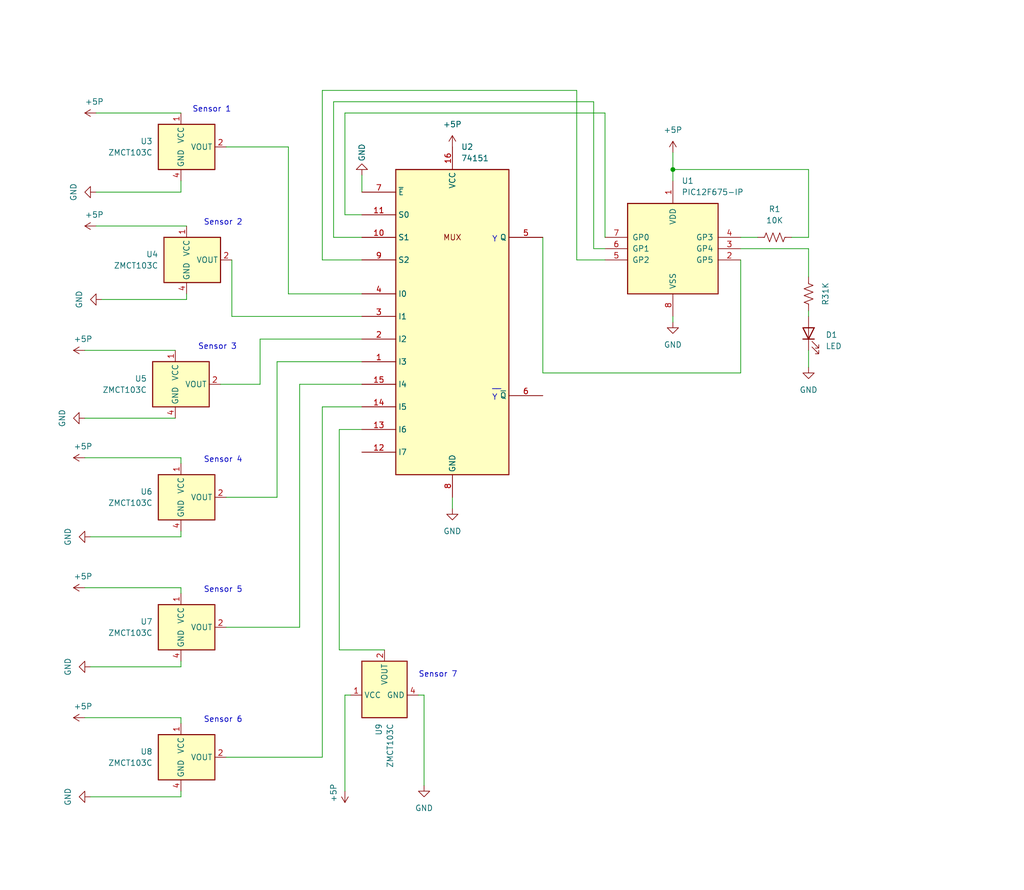
<source format=kicad_sch>
(kicad_sch (version 20230121) (generator eeschema)
  (paper "User" 229.997 200)
  (title_block (title "PIC12F675 and 74HC151 monitoring 4 sensors") (company "Ricardo Lima Caratti"))
  (lib_symbols
    (symbol "74xx_IEEE:74151"
      (property "Reference" "U" (at 10.16 35.56 0))
      (property "Value" "74151" (at 17.78 -40.64 0))
      (symbol "74151_0_0"
        (rectangle (start -12.7 33.02) (end 12.7 -35.56) (stroke (width 0.254)) (fill (type background)))
        (text "MUX" (at 0 17.78 0) (effects (font (size 1.27 1.27))))
        (pin power_in line (at 0 38.1 270) (length 5.08) (name "VCC") (number "16"))
        (pin power_in line (at 0 -40.64 90) (length 5.08) (name "GND") (number "8"))
      )
      (symbol "74151_1_1"
        (pin input line (at -20.32 -10.16 0) (length 7.62) (name "I3") (number "1"))
        (pin input line (at -20.32 17.78 0) (length 7.62) (name "S1") (number "10"))
        (pin input line (at -20.32 22.86 0) (length 7.62) (name "S0") (number "11"))
        (pin input line (at -20.32 -30.48 0) (length 7.62) (name "I7") (number "12"))
        (pin input line (at -20.32 -25.4 0) (length 7.62) (name "I6") (number "13"))
        (pin input line (at -20.32 -20.32 0) (length 7.62) (name "I5") (number "14"))
        (pin input line (at -20.32 -15.24 0) (length 7.62) (name "I4") (number "15"))
        (pin input line (at -20.32 -5.08 0) (length 7.62) (name "I2") (number "2"))
        (pin input line (at -20.32 0 0) (length 7.62) (name "I1") (number "3"))
        (pin input line (at -20.32 5.08 0) (length 7.62) (name "I0") (number "4"))
        (pin output line (at 20.32 17.78 180) (length 7.62) (name "Q") (number "5"))
        (pin output line (at 20.32 -17.78 180) (length 7.62) (name "~{Q}") (number "6"))
        (pin input line (at -20.32 27.94 0) (length 7.62) (name "~{E}") (number "7"))
        (pin input line (at -20.32 12.7 0) (length 7.62) (name "S2") (number "9"))
      )
    )
    (symbol "Device:LED" (pin_numbers hide) (pin_names (offset 1.016) hide)
      (property "Reference" "D" (at 0 2.54 0))
      (property "Value" "LED" (at 0 -2.54 0))
      (symbol "LED_0_1"
        (polyline (pts (xy -1.27 -1.27) (xy -1.27 1.27)) (stroke (width 0.254)))
        (polyline (pts (xy -1.27 0) (xy 1.27 0)))
        (polyline (pts (xy 1.27 -1.27) (xy 1.27 1.27) (xy -1.27 0) (xy 1.27 -1.27)) (stroke (width 0.254)))
        (polyline (pts (xy -3.048 -0.762) (xy -4.572 -2.286) (xy -3.81 -2.286) (xy -4.572 -2.286) (xy -4.572 -1.524)))
        (polyline (pts (xy -1.778 -0.762) (xy -3.302 -2.286) (xy -2.54 -2.286) (xy -3.302 -2.286) (xy -3.302 -1.524)))
      )
      (symbol "LED_1_1"
        (pin passive line (at -3.81 0 0) (length 2.54) (name "K") (number "1"))
        (pin passive line (at 3.81 0 180) (length 2.54) (name "A") (number "2"))
      )
    )
    (symbol "Device:R_US" (pin_numbers hide) (pin_names (offset 0))
      (property "Reference" "R" (at 2.54 0 90))
      (property "Value" "R_US" (at -2.54 0 90))
      (symbol "R_US_0_1"
        (polyline (pts (xy 0 -2.286) (xy 0 -2.54)))
        (polyline (pts (xy 0 2.286) (xy 0 2.54)))
        (polyline (pts (xy 0 -0.762) (xy 1.016 -1.143) (xy 0 -1.524) (xy -1.016 -1.905) (xy 0 -2.286)))
        (polyline (pts (xy 0 0.762) (xy 1.016 0.381) (xy 0 0) (xy -1.016 -0.381) (xy 0 -0.762)))
        (polyline (pts (xy 0 2.286) (xy 1.016 1.905) (xy 0 1.524) (xy -1.016 1.143) (xy 0 0.762)))
      )
      (symbol "R_US_1_1"
        (pin passive line (at 0 3.81 270) (length 1.27) (name "~") (number "1"))
        (pin passive line (at 0 -3.81 90) (length 1.27) (name "~") (number "2"))
      )
    )
    (symbol "MCU_Microchip_PIC12:PIC12F675-IP" (pin_names (offset 1.016))
      (property "Reference" "U" (at 1.27 13.97 0))
      (property "Value" "PIC12F675-IP" (at 1.27 11.43 0))
      (symbol "PIC12F675-IP_0_1"
        (rectangle (start 10.16 -10.16) (end -10.16 10.16) (stroke (width 0.254)) (fill (type background)))
      )
      (symbol "PIC12F675-IP_1_1"
        (pin power_in line (at 0 15.24 270) (length 5.08) (name "VDD") (number "1"))
        (pin bidirectional line (at 15.24 -2.54 180) (length 5.08) (name "GP5") (number "2"))
        (pin bidirectional line (at 15.24 0 180) (length 5.08) (name "GP4") (number "3"))
        (pin input line (at 15.24 2.54 180) (length 5.08) (name "GP3") (number "4"))
        (pin bidirectional line (at -15.24 -2.54 0) (length 5.08) (name "GP2") (number "5"))
        (pin bidirectional line (at -15.24 0 0) (length 5.08) (name "GP1") (number "6"))
        (pin bidirectional line (at -15.24 2.54 0) (length 5.08) (name "GP0") (number "7"))
        (pin power_in line (at 0 -15.24 90) (length 5.08) (name "VSS") (number "8"))
      )
    )
    (symbol "Sensor_Current:A1363xKTTN-1"
      (property "Reference" "U" (at 8.89 6.35 0))
      (property "Value" "A1363xKTTN-1" (at 8.89 3.81 0))
      (symbol "A1363xKTTN-1_0_1"
        (rectangle (start -5.08 5.08) (end 7.62 -5.08) (stroke (width 0.254)) (fill (type background)))
      )
      (symbol "A1363xKTTN-1_1_1"
        (pin power_in line (at 0 7.62 270) (length 2.54) (name "VCC") (number "1"))
        (pin output line (at 10.16 0 180) (length 2.54) (name "VOUT") (number "2"))
        (pin no_connect line (at 7.62 -2.54 180) (length 2.54) hide (name "NC") (number "3"))
        (pin power_in line (at 0 -7.62 90) (length 2.54) (name "GND") (number "4"))
      )
    )
    (symbol "power:+5P" (power) (pin_names (offset 0))
      (property "Value" "+5P" (at 0 3.556 0))
      (symbol "+5P_0_1"
        (polyline (pts (xy -0.762 1.27) (xy 0 2.54)))
        (polyline (pts (xy 0 0) (xy 0 2.54)))
        (polyline (pts (xy 0 2.54) (xy 0.762 1.27)))
      )
      (symbol "+5P_1_1"
        (pin power_in line (at 0 0 90) (length 0) hide (name "+5P") (number "1"))
      )
    )
    (symbol "power:GND" (power) (pin_names (offset 0))
      (property "Value" "GND" (at 0 -3.81 0))
      (symbol "GND_0_1"
        (polyline (pts (xy 0 0) (xy 0 -1.27) (xy 1.27 -1.27) (xy 0 -2.54) (xy -1.27 -1.27) (xy 0 -1.27)))
      )
      (symbol "GND_1_1"
        (pin power_in line (at 0 0 270) (length 0) hide (name "GND") (number "1"))
      )
    )
  )
  (junction (at 151.13 38.1))
  (wire (pts (xy 166.37 55.88) (xy 181.61 55.88)))
  (wire (pts (xy 181.61 55.88) (xy 181.61 62.23)))
  (wire (pts (xy 22.86 67.31) (xy 41.91 67.31)))
  (wire (pts (xy 64.77 33.02) (xy 64.77 66.04)))
  (wire (pts (xy 58.42 76.2) (xy 81.28 76.2)))
  (wire (pts (xy 133.35 55.88) (xy 133.35 22.86)))
  (wire (pts (xy 181.61 78.74) (xy 181.61 82.55)))
  (wire (pts (xy 81.28 96.52) (xy 76.2 96.52)))
  (wire (pts (xy 40.64 40.64) (xy 40.64 43.18)))
  (wire (pts (xy 20.32 120.65) (xy 40.64 120.65)))
  (wire (pts (xy 77.47 156.21) (xy 78.74 156.21)))
  (wire (pts (xy 19.05 132.08) (xy 40.64 132.08)))
  (wire (pts (xy 40.64 102.87) (xy 40.64 104.14)))
  (wire (pts (xy 121.92 83.82) (xy 166.37 83.82)))
  (wire (pts (xy 74.93 53.34) (xy 81.28 53.34)))
  (wire (pts (xy 129.54 20.32) (xy 72.39 20.32)))
  (wire (pts (xy 81.28 39.37) (xy 81.28 43.18)))
  (wire (pts (xy 77.47 25.4) (xy 77.47 48.26)))
  (wire (pts (xy 50.8 170.18) (xy 72.39 170.18)))
  (wire (pts (xy 76.2 96.52) (xy 76.2 146.05)))
  (wire (pts (xy 72.39 58.42) (xy 81.28 58.42)))
  (wire (pts (xy 135.89 58.42) (xy 129.54 58.42)))
  (wire (pts (xy 121.92 53.34) (xy 121.92 83.82)))
  (wire (pts (xy 151.13 38.1) (xy 151.13 40.64)))
  (wire (pts (xy 135.89 53.34) (xy 135.89 25.4)))
  (wire (pts (xy 49.53 86.36) (xy 58.42 86.36)))
  (wire (pts (xy 19.05 161.29) (xy 40.64 161.29)))
  (wire (pts (xy 151.13 34.29) (xy 151.13 38.1)))
  (wire (pts (xy 181.61 38.1) (xy 151.13 38.1)))
  (wire (pts (xy 77.47 48.26) (xy 81.28 48.26)))
  (wire (pts (xy 76.2 146.05) (xy 86.36 146.05)))
  (wire (pts (xy 95.25 156.21) (xy 93.98 156.21)))
  (wire (pts (xy 72.39 91.44) (xy 81.28 91.44)))
  (wire (pts (xy 135.89 55.88) (xy 133.35 55.88)))
  (wire (pts (xy 67.31 86.36) (xy 81.28 86.36)))
  (wire (pts (xy 72.39 20.32) (xy 72.39 58.42)))
  (wire (pts (xy 41.91 67.31) (xy 41.91 66.04)))
  (wire (pts (xy 40.64 161.29) (xy 40.64 162.56)))
  (wire (pts (xy 40.64 132.08) (xy 40.64 133.35)))
  (wire (pts (xy 62.23 111.76) (xy 62.23 81.28)))
  (wire (pts (xy 40.64 179.07) (xy 40.64 177.8)))
  (wire (pts (xy 40.64 120.65) (xy 40.64 119.38)))
  (wire (pts (xy 52.07 58.42) (xy 52.07 71.12)))
  (wire (pts (xy 50.8 33.02) (xy 64.77 33.02)))
  (wire (pts (xy 95.25 176.53) (xy 95.25 156.21)))
  (wire (pts (xy 77.47 177.8) (xy 77.47 156.21)))
  (wire (pts (xy 62.23 81.28) (xy 81.28 81.28)))
  (wire (pts (xy 21.59 43.18) (xy 40.64 43.18)))
  (wire (pts (xy 151.13 71.12) (xy 151.13 72.39)))
  (wire (pts (xy 72.39 170.18) (xy 72.39 91.44)))
  (wire (pts (xy 101.6 111.76) (xy 101.6 114.3)))
  (wire (pts (xy 50.8 140.97) (xy 67.31 140.97)))
  (wire (pts (xy 166.37 53.34) (xy 170.18 53.34)))
  (wire (pts (xy 20.32 179.07) (xy 40.64 179.07)))
  (wire (pts (xy 58.42 86.36) (xy 58.42 76.2)))
  (wire (pts (xy 21.59 50.8) (xy 41.91 50.8)))
  (wire (pts (xy 67.31 140.97) (xy 67.31 86.36)))
  (wire (pts (xy 20.32 149.86) (xy 40.64 149.86)))
  (wire (pts (xy 64.77 66.04) (xy 81.28 66.04)))
  (wire (pts (xy 19.05 102.87) (xy 40.64 102.87)))
  (wire (pts (xy 177.8 53.34) (xy 181.61 53.34)))
  (wire (pts (xy 181.61 53.34) (xy 181.61 38.1)))
  (wire (pts (xy 50.8 111.76) (xy 62.23 111.76)))
  (wire (pts (xy 74.93 22.86) (xy 74.93 53.34)))
  (wire (pts (xy 40.64 149.86) (xy 40.64 148.59)))
  (wire (pts (xy 129.54 58.42) (xy 129.54 20.32)))
  (wire (pts (xy 181.61 69.85) (xy 181.61 71.12)))
  (wire (pts (xy 19.05 78.74) (xy 39.37 78.74)))
  (wire (pts (xy 19.05 93.98) (xy 39.37 93.98)))
  (wire (pts (xy 135.89 25.4) (xy 77.47 25.4)))
  (wire (pts (xy 52.07 71.12) (xy 81.28 71.12)))
  (wire (pts (xy 133.35 22.86) (xy 74.93 22.86)))
  (wire (pts (xy 166.37 83.82) (xy 166.37 58.42)))
  (wire (pts (xy 21.59 25.4) (xy 40.64 25.4)))
  (text "Sensor 3" (at 44.45 78.74 0) (effects (font (size 1.27 1.27)) (justify left bottom)))
  (text "Sensor 2" (at 45.72 50.8 0) (effects (font (size 1.27 1.27)) (justify left bottom)))
  (text "Sensor 5" (at 45.72 133.35 0) (effects (font (size 1.27 1.27)) (justify left bottom)))
  (text "__" (at 110.49 87.63 0) (effects (font (size 1.27 1.27)) (justify left bottom)))
  (text "Sensor 7" (at 93.98 152.4 0) (effects (font (size 1.27 1.27)) (justify left bottom)))
  (text "Sensor 1" (at 43.18 25.4 0) (effects (font (size 1.27 1.27)) (justify left bottom)))
  (text "Y" (at 110.49 54.61 0) (effects (font (size 1.27 1.27)) (justify left bottom)))
  (text "Sensor 6" (at 45.72 162.56 0) (effects (font (size 1.27 1.27)) (justify left bottom)))
  (text "Sensor 4" (at 45.72 104.14 0) (effects (font (size 1.27 1.27)) (justify left bottom)))
  (text "Y" (at 110.49 90.17 0) (effects (font (size 1.27 1.27)) (justify left bottom)))
  (symbol (lib_id "power:GND") (at 81.28 39.37 180) (unit 1)
    (property "Reference" "#PWR016" (effects hide))
    (property "Value" "GND" (at 81.28 34.29 90))
  )
  (symbol (lib_id "Sensor_Current:A1363xKTTN-1") (at 40.64 111.76 0) (unit 1)
    (property "Reference" "U6" (at 34.29 110.49 0) (effects (justify right)))
    (property "Value" "ZMCT103C" (at 34.29 113.03 0) (effects (justify right)))
    (property "Footprint" "Sensor_Current:Allegro_SIP-4" (effects hide))
    (property "Datasheet" "http://www.allegromicro.com/~/media/Files/Datasheets/A1363-Datasheet.ashx?la=en" (effects hide))
  )
  (symbol (lib_id "power:GND") (at 101.6 114.3 0) (unit 1)
    (property "Reference" "#PWR02" (effects hide))
    (property "Value" "GND" (at 101.6 119.38 0))
  )
  (symbol (lib_id "power:GND") (at 181.61 82.55 0) (unit 1)
    (property "Reference" "#PWR013" (effects hide))
    (property "Value" "GND" (at 181.61 87.63 0))
  )
  (symbol (lib_id "Device:R_US") (at 173.99 53.34 90) (unit 1)
    (property "Reference" "R1" (at 173.99 46.99 90))
    (property "Value" "10K" (at 173.99 49.53 90))
  )
  (symbol (lib_id "power:GND") (at 20.32 149.86 270) (unit 1)
    (property "Reference" "#PWR014" (effects hide))
    (property "Value" "GND" (at 15.24 149.86 0))
  )
  (symbol (lib_id "power:+5P") (at 19.05 132.08 90) (unit 1)
    (property "Reference" "#PWR05" (effects hide))
    (property "Value" "+5P" (at 16.51 129.54 90) (effects (justify right)))
  )
  (symbol (lib_id "power:GND") (at 20.32 120.65 270) (unit 1)
    (property "Reference" "#PWR08" (effects hide))
    (property "Value" "GND" (at 15.24 120.65 0))
  )
  (symbol (lib_id "power:+5P") (at 21.59 50.8 90) (unit 1)
    (property "Reference" "#PWR011" (effects hide))
    (property "Value" "+5P" (at 19.05 48.26 90) (effects (justify right)))
  )
  (symbol (lib_id "Sensor_Current:A1363xKTTN-1") (at 39.37 86.36 0) (unit 1)
    (property "Reference" "U5" (at 33.02 85.09 0) (effects (justify right)))
    (property "Value" "ZMCT103C" (at 33.02 87.63 0) (effects (justify right)))
    (property "Footprint" "Sensor_Current:Allegro_SIP-4" (effects hide))
    (property "Datasheet" "http://www.allegromicro.com/~/media/Files/Datasheets/A1363-Datasheet.ashx?la=en" (effects hide))
  )
  (symbol (lib_id "power:GND") (at 20.32 179.07 270) (unit 1)
    (property "Reference" "#PWR018" (effects hide))
    (property "Value" "GND" (at 15.24 179.07 0))
  )
  (symbol (lib_id "power:GND") (at 95.25 176.53 0) (unit 1)
    (property "Reference" "#PWR020" (effects hide))
    (property "Value" "GND" (at 95.25 181.61 0))
  )
  (symbol (lib_id "power:GND") (at 22.86 67.31 270) (unit 1)
    (property "Reference" "#PWR09" (effects hide))
    (property "Value" "GND" (at 17.78 67.31 0))
  )
  (symbol (lib_id "Sensor_Current:A1363xKTTN-1") (at 41.91 58.42 0) (unit 1)
    (property "Reference" "U4" (at 35.56 57.15 0) (effects (justify right)))
    (property "Value" "ZMCT103C" (at 35.56 59.69 0) (effects (justify right)))
    (property "Footprint" "Sensor_Current:Allegro_SIP-4" (effects hide))
    (property "Datasheet" "http://www.allegromicro.com/~/media/Files/Datasheets/A1363-Datasheet.ashx?la=en" (effects hide))
  )
  (symbol (lib_id "power:+5P") (at 151.13 34.29 0) (unit 1)
    (property "Reference" "#PWR01" (effects hide))
    (property "Value" "+5P" (at 151.13 29.21 0))
  )
  (symbol (lib_id "Sensor_Current:A1363xKTTN-1") (at 86.36 156.21 90) (unit 1)
    (property "Reference" "U9" (at 85.09 162.56 0) (effects (justify right)))
    (property "Value" "ZMCT103C" (at 87.63 162.56 0) (effects (justify right)))
    (property "Footprint" "Sensor_Current:Allegro_SIP-4" (effects hide))
    (property "Datasheet" "http://www.allegromicro.com/~/media/Files/Datasheets/A1363-Datasheet.ashx?la=en" (effects hide))
  )
  (symbol (lib_id "power:+5P") (at 101.6 33.02 0) (unit 1)
    (property "Reference" "#PWR04" (effects hide))
    (property "Value" "+5P" (at 101.6 27.94 0))
  )
  (symbol (lib_id "74xx_IEEE:74151") (at 101.6 71.12 0) (unit 1)
    (property "Reference" "U2" (at 103.5559 33.02 0) (effects (justify left)))
    (property "Value" "74151" (at 103.5559 35.56 0) (effects (justify left)))
  )
  (symbol (lib_id "MCU_Microchip_PIC12:PIC12F675-IP") (at 151.13 55.88 0) (unit 1)
    (property "Reference" "U1" (at 153.0859 40.64 0) (effects (justify left)))
    (property "Value" "PIC12F675-IP" (at 153.0859 43.18 0) (effects (justify left)))
    (property "Footprint" "Package_DIP:DIP-8_W7.62mm" (effects hide))
    (property "Datasheet" "http://ww1.microchip.com/downloads/en/DeviceDoc/41190G.pdf" (effects hide))
  )
  (symbol (lib_id "Sensor_Current:A1363xKTTN-1") (at 40.64 140.97 0) (unit 1)
    (property "Reference" "U7" (at 34.29 139.7 0) (effects (justify right)))
    (property "Value" "ZMCT103C" (at 34.29 142.24 0) (effects (justify right)))
    (property "Footprint" "Sensor_Current:Allegro_SIP-4" (effects hide))
    (property "Datasheet" "http://www.allegromicro.com/~/media/Files/Datasheets/A1363-Datasheet.ashx?la=en" (effects hide))
  )
  (symbol (lib_id "power:+5P") (at 19.05 161.29 90) (unit 1)
    (property "Reference" "#PWR017" (effects hide))
    (property "Value" "+5P" (at 16.51 158.75 90) (effects (justify right)))
  )
  (symbol (lib_id "power:GND") (at 21.59 43.18 270) (unit 1)
    (property "Reference" "#PWR07" (effects hide))
    (property "Value" "GND" (at 16.51 43.18 0))
  )
  (symbol (lib_id "power:+5P") (at 19.05 78.74 90) (unit 1)
    (property "Reference" "#PWR012" (effects hide))
    (property "Value" "+5P" (at 16.51 76.2 90) (effects (justify right)))
  )
  (symbol (lib_id "power:+5P") (at 77.47 177.8 180) (unit 1)
    (property "Reference" "#PWR019" (effects hide))
    (property "Value" "+5P" (at 74.93 180.34 90) (effects (justify right)))
  )
  (symbol (lib_id "power:+5P") (at 21.59 25.4 90) (unit 1)
    (property "Reference" "#PWR06" (effects hide))
    (property "Value" "+5P" (at 19.05 22.86 90) (effects (justify right)))
  )
  (symbol (lib_id "Sensor_Current:A1363xKTTN-1") (at 40.64 170.18 0) (unit 1)
    (property "Reference" "U8" (at 34.29 168.91 0) (effects (justify right)))
    (property "Value" "ZMCT103C" (at 34.29 171.45 0) (effects (justify right)))
    (property "Footprint" "Sensor_Current:Allegro_SIP-4" (effects hide))
    (property "Datasheet" "http://www.allegromicro.com/~/media/Files/Datasheets/A1363-Datasheet.ashx?la=en" (effects hide))
  )
  (symbol (lib_id "power:+5P") (at 19.05 102.87 90) (unit 1)
    (property "Reference" "#PWR015" (effects hide))
    (property "Value" "+5P" (at 16.51 100.33 90) (effects (justify right)))
  )
  (symbol (lib_id "Device:LED") (at 181.61 74.93 90) (unit 1)
    (property "Reference" "D1" (at 185.42 75.2475 90) (effects (justify right)))
    (property "Value" "LED" (at 185.42 77.7875 90) (effects (justify right)))
  )
  (symbol (lib_id "Device:R_US") (at 181.61 66.04 0) (unit 1)
    (property "Reference" "R3" (at 185.42 67.31 90))
    (property "Value" "1K" (at 185.42 64.77 90))
  )
  (symbol (lib_id "power:GND") (at 151.13 72.39 0) (unit 1)
    (property "Reference" "#PWR03" (effects hide))
    (property "Value" "GND" (at 151.13 77.47 0))
  )
  (symbol (lib_id "Sensor_Current:A1363xKTTN-1") (at 40.64 33.02 0) (unit 1)
    (property "Reference" "U3" (at 34.29 31.75 0) (effects (justify right)))
    (property "Value" "ZMCT103C" (at 34.29 34.29 0) (effects (justify right)))
    (property "Footprint" "Sensor_Current:Allegro_SIP-4" (effects hide))
    (property "Datasheet" "http://www.allegromicro.com/~/media/Files/Datasheets/A1363-Datasheet.ashx?la=en" (effects hide))
  )
  (symbol (lib_id "power:GND") (at 19.05 93.98 270) (unit 1)
    (property "Reference" "#PWR010" (effects hide))
    (property "Value" "GND" (at 13.97 93.98 0))
  )
)
</source>
